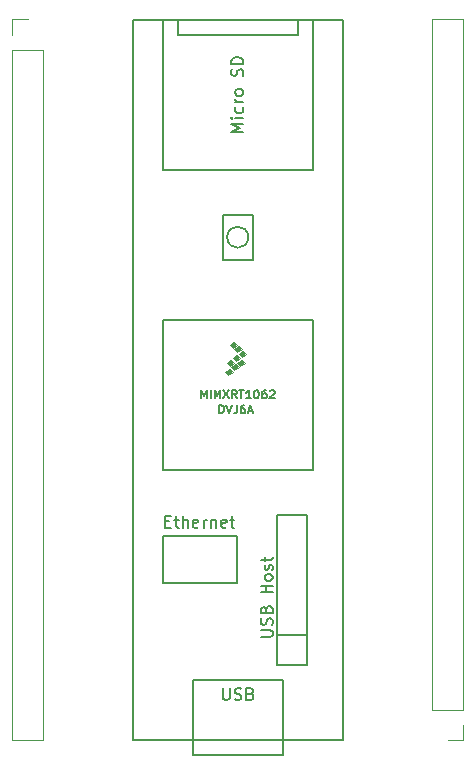
<source format=gbr>
%TF.GenerationSoftware,KiCad,Pcbnew,8.0.4*%
%TF.CreationDate,2024-08-20T17:15:03+05:30*%
%TF.ProjectId,Teensy_breakout,5465656e-7379-45f6-9272-65616b6f7574,rev?*%
%TF.SameCoordinates,Original*%
%TF.FileFunction,Legend,Top*%
%TF.FilePolarity,Positive*%
%FSLAX46Y46*%
G04 Gerber Fmt 4.6, Leading zero omitted, Abs format (unit mm)*
G04 Created by KiCad (PCBNEW 8.0.4) date 2024-08-20 17:15:03*
%MOMM*%
%LPD*%
G01*
G04 APERTURE LIST*
%ADD10C,0.150000*%
%ADD11C,0.120000*%
%ADD12C,0.100000*%
G04 APERTURE END LIST*
D10*
X148806256Y-104706009D02*
X149139589Y-104706009D01*
X149282446Y-105229819D02*
X148806256Y-105229819D01*
X148806256Y-105229819D02*
X148806256Y-104229819D01*
X148806256Y-104229819D02*
X149282446Y-104229819D01*
X149568161Y-104563152D02*
X149949113Y-104563152D01*
X149711018Y-104229819D02*
X149711018Y-105086961D01*
X149711018Y-105086961D02*
X149758637Y-105182200D01*
X149758637Y-105182200D02*
X149853875Y-105229819D01*
X149853875Y-105229819D02*
X149949113Y-105229819D01*
X150282447Y-105229819D02*
X150282447Y-104229819D01*
X150711018Y-105229819D02*
X150711018Y-104706009D01*
X150711018Y-104706009D02*
X150663399Y-104610771D01*
X150663399Y-104610771D02*
X150568161Y-104563152D01*
X150568161Y-104563152D02*
X150425304Y-104563152D01*
X150425304Y-104563152D02*
X150330066Y-104610771D01*
X150330066Y-104610771D02*
X150282447Y-104658390D01*
X151568161Y-105182200D02*
X151472923Y-105229819D01*
X151472923Y-105229819D02*
X151282447Y-105229819D01*
X151282447Y-105229819D02*
X151187209Y-105182200D01*
X151187209Y-105182200D02*
X151139590Y-105086961D01*
X151139590Y-105086961D02*
X151139590Y-104706009D01*
X151139590Y-104706009D02*
X151187209Y-104610771D01*
X151187209Y-104610771D02*
X151282447Y-104563152D01*
X151282447Y-104563152D02*
X151472923Y-104563152D01*
X151472923Y-104563152D02*
X151568161Y-104610771D01*
X151568161Y-104610771D02*
X151615780Y-104706009D01*
X151615780Y-104706009D02*
X151615780Y-104801247D01*
X151615780Y-104801247D02*
X151139590Y-104896485D01*
X152044352Y-105229819D02*
X152044352Y-104563152D01*
X152044352Y-104753628D02*
X152091971Y-104658390D01*
X152091971Y-104658390D02*
X152139590Y-104610771D01*
X152139590Y-104610771D02*
X152234828Y-104563152D01*
X152234828Y-104563152D02*
X152330066Y-104563152D01*
X152663400Y-104563152D02*
X152663400Y-105229819D01*
X152663400Y-104658390D02*
X152711019Y-104610771D01*
X152711019Y-104610771D02*
X152806257Y-104563152D01*
X152806257Y-104563152D02*
X152949114Y-104563152D01*
X152949114Y-104563152D02*
X153044352Y-104610771D01*
X153044352Y-104610771D02*
X153091971Y-104706009D01*
X153091971Y-104706009D02*
X153091971Y-105229819D01*
X153949114Y-105182200D02*
X153853876Y-105229819D01*
X153853876Y-105229819D02*
X153663400Y-105229819D01*
X153663400Y-105229819D02*
X153568162Y-105182200D01*
X153568162Y-105182200D02*
X153520543Y-105086961D01*
X153520543Y-105086961D02*
X153520543Y-104706009D01*
X153520543Y-104706009D02*
X153568162Y-104610771D01*
X153568162Y-104610771D02*
X153663400Y-104563152D01*
X153663400Y-104563152D02*
X153853876Y-104563152D01*
X153853876Y-104563152D02*
X153949114Y-104610771D01*
X153949114Y-104610771D02*
X153996733Y-104706009D01*
X153996733Y-104706009D02*
X153996733Y-104801247D01*
X153996733Y-104801247D02*
X153520543Y-104896485D01*
X154282448Y-104563152D02*
X154663400Y-104563152D01*
X154425305Y-104229819D02*
X154425305Y-105086961D01*
X154425305Y-105086961D02*
X154472924Y-105182200D01*
X154472924Y-105182200D02*
X154568162Y-105229819D01*
X154568162Y-105229819D02*
X154663400Y-105229819D01*
X151856666Y-94296033D02*
X151856666Y-93596033D01*
X151856666Y-93596033D02*
X152090000Y-94096033D01*
X152090000Y-94096033D02*
X152323333Y-93596033D01*
X152323333Y-93596033D02*
X152323333Y-94296033D01*
X152656666Y-94296033D02*
X152656666Y-93596033D01*
X152989999Y-94296033D02*
X152989999Y-93596033D01*
X152989999Y-93596033D02*
X153223333Y-94096033D01*
X153223333Y-94096033D02*
X153456666Y-93596033D01*
X153456666Y-93596033D02*
X153456666Y-94296033D01*
X153723333Y-93596033D02*
X154189999Y-94296033D01*
X154189999Y-93596033D02*
X153723333Y-94296033D01*
X154856666Y-94296033D02*
X154623333Y-93962700D01*
X154456666Y-94296033D02*
X154456666Y-93596033D01*
X154456666Y-93596033D02*
X154723333Y-93596033D01*
X154723333Y-93596033D02*
X154790000Y-93629366D01*
X154790000Y-93629366D02*
X154823333Y-93662700D01*
X154823333Y-93662700D02*
X154856666Y-93729366D01*
X154856666Y-93729366D02*
X154856666Y-93829366D01*
X154856666Y-93829366D02*
X154823333Y-93896033D01*
X154823333Y-93896033D02*
X154790000Y-93929366D01*
X154790000Y-93929366D02*
X154723333Y-93962700D01*
X154723333Y-93962700D02*
X154456666Y-93962700D01*
X155056666Y-93596033D02*
X155456666Y-93596033D01*
X155256666Y-94296033D02*
X155256666Y-93596033D01*
X156056666Y-94296033D02*
X155656666Y-94296033D01*
X155856666Y-94296033D02*
X155856666Y-93596033D01*
X155856666Y-93596033D02*
X155789999Y-93696033D01*
X155789999Y-93696033D02*
X155723333Y-93762700D01*
X155723333Y-93762700D02*
X155656666Y-93796033D01*
X156490000Y-93596033D02*
X156556666Y-93596033D01*
X156556666Y-93596033D02*
X156623333Y-93629366D01*
X156623333Y-93629366D02*
X156656666Y-93662700D01*
X156656666Y-93662700D02*
X156690000Y-93729366D01*
X156690000Y-93729366D02*
X156723333Y-93862700D01*
X156723333Y-93862700D02*
X156723333Y-94029366D01*
X156723333Y-94029366D02*
X156690000Y-94162700D01*
X156690000Y-94162700D02*
X156656666Y-94229366D01*
X156656666Y-94229366D02*
X156623333Y-94262700D01*
X156623333Y-94262700D02*
X156556666Y-94296033D01*
X156556666Y-94296033D02*
X156490000Y-94296033D01*
X156490000Y-94296033D02*
X156423333Y-94262700D01*
X156423333Y-94262700D02*
X156390000Y-94229366D01*
X156390000Y-94229366D02*
X156356666Y-94162700D01*
X156356666Y-94162700D02*
X156323333Y-94029366D01*
X156323333Y-94029366D02*
X156323333Y-93862700D01*
X156323333Y-93862700D02*
X156356666Y-93729366D01*
X156356666Y-93729366D02*
X156390000Y-93662700D01*
X156390000Y-93662700D02*
X156423333Y-93629366D01*
X156423333Y-93629366D02*
X156490000Y-93596033D01*
X157323333Y-93596033D02*
X157190000Y-93596033D01*
X157190000Y-93596033D02*
X157123333Y-93629366D01*
X157123333Y-93629366D02*
X157090000Y-93662700D01*
X157090000Y-93662700D02*
X157023333Y-93762700D01*
X157023333Y-93762700D02*
X156990000Y-93896033D01*
X156990000Y-93896033D02*
X156990000Y-94162700D01*
X156990000Y-94162700D02*
X157023333Y-94229366D01*
X157023333Y-94229366D02*
X157056667Y-94262700D01*
X157056667Y-94262700D02*
X157123333Y-94296033D01*
X157123333Y-94296033D02*
X157256667Y-94296033D01*
X157256667Y-94296033D02*
X157323333Y-94262700D01*
X157323333Y-94262700D02*
X157356667Y-94229366D01*
X157356667Y-94229366D02*
X157390000Y-94162700D01*
X157390000Y-94162700D02*
X157390000Y-93996033D01*
X157390000Y-93996033D02*
X157356667Y-93929366D01*
X157356667Y-93929366D02*
X157323333Y-93896033D01*
X157323333Y-93896033D02*
X157256667Y-93862700D01*
X157256667Y-93862700D02*
X157123333Y-93862700D01*
X157123333Y-93862700D02*
X157056667Y-93896033D01*
X157056667Y-93896033D02*
X157023333Y-93929366D01*
X157023333Y-93929366D02*
X156990000Y-93996033D01*
X157656667Y-93662700D02*
X157690000Y-93629366D01*
X157690000Y-93629366D02*
X157756667Y-93596033D01*
X157756667Y-93596033D02*
X157923334Y-93596033D01*
X157923334Y-93596033D02*
X157990000Y-93629366D01*
X157990000Y-93629366D02*
X158023334Y-93662700D01*
X158023334Y-93662700D02*
X158056667Y-93729366D01*
X158056667Y-93729366D02*
X158056667Y-93796033D01*
X158056667Y-93796033D02*
X158023334Y-93896033D01*
X158023334Y-93896033D02*
X157623334Y-94296033D01*
X157623334Y-94296033D02*
X158056667Y-94296033D01*
X155394819Y-71699047D02*
X154394819Y-71699047D01*
X154394819Y-71699047D02*
X155109104Y-71365714D01*
X155109104Y-71365714D02*
X154394819Y-71032381D01*
X154394819Y-71032381D02*
X155394819Y-71032381D01*
X155394819Y-70556190D02*
X154728152Y-70556190D01*
X154394819Y-70556190D02*
X154442438Y-70603809D01*
X154442438Y-70603809D02*
X154490057Y-70556190D01*
X154490057Y-70556190D02*
X154442438Y-70508571D01*
X154442438Y-70508571D02*
X154394819Y-70556190D01*
X154394819Y-70556190D02*
X154490057Y-70556190D01*
X155347200Y-69651429D02*
X155394819Y-69746667D01*
X155394819Y-69746667D02*
X155394819Y-69937143D01*
X155394819Y-69937143D02*
X155347200Y-70032381D01*
X155347200Y-70032381D02*
X155299580Y-70080000D01*
X155299580Y-70080000D02*
X155204342Y-70127619D01*
X155204342Y-70127619D02*
X154918628Y-70127619D01*
X154918628Y-70127619D02*
X154823390Y-70080000D01*
X154823390Y-70080000D02*
X154775771Y-70032381D01*
X154775771Y-70032381D02*
X154728152Y-69937143D01*
X154728152Y-69937143D02*
X154728152Y-69746667D01*
X154728152Y-69746667D02*
X154775771Y-69651429D01*
X155394819Y-69222857D02*
X154728152Y-69222857D01*
X154918628Y-69222857D02*
X154823390Y-69175238D01*
X154823390Y-69175238D02*
X154775771Y-69127619D01*
X154775771Y-69127619D02*
X154728152Y-69032381D01*
X154728152Y-69032381D02*
X154728152Y-68937143D01*
X155394819Y-68460952D02*
X155347200Y-68556190D01*
X155347200Y-68556190D02*
X155299580Y-68603809D01*
X155299580Y-68603809D02*
X155204342Y-68651428D01*
X155204342Y-68651428D02*
X154918628Y-68651428D01*
X154918628Y-68651428D02*
X154823390Y-68603809D01*
X154823390Y-68603809D02*
X154775771Y-68556190D01*
X154775771Y-68556190D02*
X154728152Y-68460952D01*
X154728152Y-68460952D02*
X154728152Y-68318095D01*
X154728152Y-68318095D02*
X154775771Y-68222857D01*
X154775771Y-68222857D02*
X154823390Y-68175238D01*
X154823390Y-68175238D02*
X154918628Y-68127619D01*
X154918628Y-68127619D02*
X155204342Y-68127619D01*
X155204342Y-68127619D02*
X155299580Y-68175238D01*
X155299580Y-68175238D02*
X155347200Y-68222857D01*
X155347200Y-68222857D02*
X155394819Y-68318095D01*
X155394819Y-68318095D02*
X155394819Y-68460952D01*
X155347200Y-66984761D02*
X155394819Y-66841904D01*
X155394819Y-66841904D02*
X155394819Y-66603809D01*
X155394819Y-66603809D02*
X155347200Y-66508571D01*
X155347200Y-66508571D02*
X155299580Y-66460952D01*
X155299580Y-66460952D02*
X155204342Y-66413333D01*
X155204342Y-66413333D02*
X155109104Y-66413333D01*
X155109104Y-66413333D02*
X155013866Y-66460952D01*
X155013866Y-66460952D02*
X154966247Y-66508571D01*
X154966247Y-66508571D02*
X154918628Y-66603809D01*
X154918628Y-66603809D02*
X154871009Y-66794285D01*
X154871009Y-66794285D02*
X154823390Y-66889523D01*
X154823390Y-66889523D02*
X154775771Y-66937142D01*
X154775771Y-66937142D02*
X154680533Y-66984761D01*
X154680533Y-66984761D02*
X154585295Y-66984761D01*
X154585295Y-66984761D02*
X154490057Y-66937142D01*
X154490057Y-66937142D02*
X154442438Y-66889523D01*
X154442438Y-66889523D02*
X154394819Y-66794285D01*
X154394819Y-66794285D02*
X154394819Y-66556190D01*
X154394819Y-66556190D02*
X154442438Y-66413333D01*
X155394819Y-65984761D02*
X154394819Y-65984761D01*
X154394819Y-65984761D02*
X154394819Y-65746666D01*
X154394819Y-65746666D02*
X154442438Y-65603809D01*
X154442438Y-65603809D02*
X154537676Y-65508571D01*
X154537676Y-65508571D02*
X154632914Y-65460952D01*
X154632914Y-65460952D02*
X154823390Y-65413333D01*
X154823390Y-65413333D02*
X154966247Y-65413333D01*
X154966247Y-65413333D02*
X155156723Y-65460952D01*
X155156723Y-65460952D02*
X155251961Y-65508571D01*
X155251961Y-65508571D02*
X155347200Y-65603809D01*
X155347200Y-65603809D02*
X155394819Y-65746666D01*
X155394819Y-65746666D02*
X155394819Y-65984761D01*
X156884019Y-114485323D02*
X157693542Y-114485323D01*
X157693542Y-114485323D02*
X157788780Y-114437704D01*
X157788780Y-114437704D02*
X157836400Y-114390085D01*
X157836400Y-114390085D02*
X157884019Y-114294847D01*
X157884019Y-114294847D02*
X157884019Y-114104371D01*
X157884019Y-114104371D02*
X157836400Y-114009133D01*
X157836400Y-114009133D02*
X157788780Y-113961514D01*
X157788780Y-113961514D02*
X157693542Y-113913895D01*
X157693542Y-113913895D02*
X156884019Y-113913895D01*
X157836400Y-113485323D02*
X157884019Y-113342466D01*
X157884019Y-113342466D02*
X157884019Y-113104371D01*
X157884019Y-113104371D02*
X157836400Y-113009133D01*
X157836400Y-113009133D02*
X157788780Y-112961514D01*
X157788780Y-112961514D02*
X157693542Y-112913895D01*
X157693542Y-112913895D02*
X157598304Y-112913895D01*
X157598304Y-112913895D02*
X157503066Y-112961514D01*
X157503066Y-112961514D02*
X157455447Y-113009133D01*
X157455447Y-113009133D02*
X157407828Y-113104371D01*
X157407828Y-113104371D02*
X157360209Y-113294847D01*
X157360209Y-113294847D02*
X157312590Y-113390085D01*
X157312590Y-113390085D02*
X157264971Y-113437704D01*
X157264971Y-113437704D02*
X157169733Y-113485323D01*
X157169733Y-113485323D02*
X157074495Y-113485323D01*
X157074495Y-113485323D02*
X156979257Y-113437704D01*
X156979257Y-113437704D02*
X156931638Y-113390085D01*
X156931638Y-113390085D02*
X156884019Y-113294847D01*
X156884019Y-113294847D02*
X156884019Y-113056752D01*
X156884019Y-113056752D02*
X156931638Y-112913895D01*
X157360209Y-112151990D02*
X157407828Y-112009133D01*
X157407828Y-112009133D02*
X157455447Y-111961514D01*
X157455447Y-111961514D02*
X157550685Y-111913895D01*
X157550685Y-111913895D02*
X157693542Y-111913895D01*
X157693542Y-111913895D02*
X157788780Y-111961514D01*
X157788780Y-111961514D02*
X157836400Y-112009133D01*
X157836400Y-112009133D02*
X157884019Y-112104371D01*
X157884019Y-112104371D02*
X157884019Y-112485323D01*
X157884019Y-112485323D02*
X156884019Y-112485323D01*
X156884019Y-112485323D02*
X156884019Y-112151990D01*
X156884019Y-112151990D02*
X156931638Y-112056752D01*
X156931638Y-112056752D02*
X156979257Y-112009133D01*
X156979257Y-112009133D02*
X157074495Y-111961514D01*
X157074495Y-111961514D02*
X157169733Y-111961514D01*
X157169733Y-111961514D02*
X157264971Y-112009133D01*
X157264971Y-112009133D02*
X157312590Y-112056752D01*
X157312590Y-112056752D02*
X157360209Y-112151990D01*
X157360209Y-112151990D02*
X157360209Y-112485323D01*
X157884019Y-110723418D02*
X156884019Y-110723418D01*
X157360209Y-110723418D02*
X157360209Y-110151990D01*
X157884019Y-110151990D02*
X156884019Y-110151990D01*
X157884019Y-109532942D02*
X157836400Y-109628180D01*
X157836400Y-109628180D02*
X157788780Y-109675799D01*
X157788780Y-109675799D02*
X157693542Y-109723418D01*
X157693542Y-109723418D02*
X157407828Y-109723418D01*
X157407828Y-109723418D02*
X157312590Y-109675799D01*
X157312590Y-109675799D02*
X157264971Y-109628180D01*
X157264971Y-109628180D02*
X157217352Y-109532942D01*
X157217352Y-109532942D02*
X157217352Y-109390085D01*
X157217352Y-109390085D02*
X157264971Y-109294847D01*
X157264971Y-109294847D02*
X157312590Y-109247228D01*
X157312590Y-109247228D02*
X157407828Y-109199609D01*
X157407828Y-109199609D02*
X157693542Y-109199609D01*
X157693542Y-109199609D02*
X157788780Y-109247228D01*
X157788780Y-109247228D02*
X157836400Y-109294847D01*
X157836400Y-109294847D02*
X157884019Y-109390085D01*
X157884019Y-109390085D02*
X157884019Y-109532942D01*
X157836400Y-108818656D02*
X157884019Y-108723418D01*
X157884019Y-108723418D02*
X157884019Y-108532942D01*
X157884019Y-108532942D02*
X157836400Y-108437704D01*
X157836400Y-108437704D02*
X157741161Y-108390085D01*
X157741161Y-108390085D02*
X157693542Y-108390085D01*
X157693542Y-108390085D02*
X157598304Y-108437704D01*
X157598304Y-108437704D02*
X157550685Y-108532942D01*
X157550685Y-108532942D02*
X157550685Y-108675799D01*
X157550685Y-108675799D02*
X157503066Y-108771037D01*
X157503066Y-108771037D02*
X157407828Y-108818656D01*
X157407828Y-108818656D02*
X157360209Y-108818656D01*
X157360209Y-108818656D02*
X157264971Y-108771037D01*
X157264971Y-108771037D02*
X157217352Y-108675799D01*
X157217352Y-108675799D02*
X157217352Y-108532942D01*
X157217352Y-108532942D02*
X157264971Y-108437704D01*
X157217352Y-108104370D02*
X157217352Y-107723418D01*
X156884019Y-107961513D02*
X157741161Y-107961513D01*
X157741161Y-107961513D02*
X157836400Y-107913894D01*
X157836400Y-107913894D02*
X157884019Y-107818656D01*
X157884019Y-107818656D02*
X157884019Y-107723418D01*
X153678095Y-118834819D02*
X153678095Y-119644342D01*
X153678095Y-119644342D02*
X153725714Y-119739580D01*
X153725714Y-119739580D02*
X153773333Y-119787200D01*
X153773333Y-119787200D02*
X153868571Y-119834819D01*
X153868571Y-119834819D02*
X154059047Y-119834819D01*
X154059047Y-119834819D02*
X154154285Y-119787200D01*
X154154285Y-119787200D02*
X154201904Y-119739580D01*
X154201904Y-119739580D02*
X154249523Y-119644342D01*
X154249523Y-119644342D02*
X154249523Y-118834819D01*
X154678095Y-119787200D02*
X154820952Y-119834819D01*
X154820952Y-119834819D02*
X155059047Y-119834819D01*
X155059047Y-119834819D02*
X155154285Y-119787200D01*
X155154285Y-119787200D02*
X155201904Y-119739580D01*
X155201904Y-119739580D02*
X155249523Y-119644342D01*
X155249523Y-119644342D02*
X155249523Y-119549104D01*
X155249523Y-119549104D02*
X155201904Y-119453866D01*
X155201904Y-119453866D02*
X155154285Y-119406247D01*
X155154285Y-119406247D02*
X155059047Y-119358628D01*
X155059047Y-119358628D02*
X154868571Y-119311009D01*
X154868571Y-119311009D02*
X154773333Y-119263390D01*
X154773333Y-119263390D02*
X154725714Y-119215771D01*
X154725714Y-119215771D02*
X154678095Y-119120533D01*
X154678095Y-119120533D02*
X154678095Y-119025295D01*
X154678095Y-119025295D02*
X154725714Y-118930057D01*
X154725714Y-118930057D02*
X154773333Y-118882438D01*
X154773333Y-118882438D02*
X154868571Y-118834819D01*
X154868571Y-118834819D02*
X155106666Y-118834819D01*
X155106666Y-118834819D02*
X155249523Y-118882438D01*
X156011428Y-119311009D02*
X156154285Y-119358628D01*
X156154285Y-119358628D02*
X156201904Y-119406247D01*
X156201904Y-119406247D02*
X156249523Y-119501485D01*
X156249523Y-119501485D02*
X156249523Y-119644342D01*
X156249523Y-119644342D02*
X156201904Y-119739580D01*
X156201904Y-119739580D02*
X156154285Y-119787200D01*
X156154285Y-119787200D02*
X156059047Y-119834819D01*
X156059047Y-119834819D02*
X155678095Y-119834819D01*
X155678095Y-119834819D02*
X155678095Y-118834819D01*
X155678095Y-118834819D02*
X156011428Y-118834819D01*
X156011428Y-118834819D02*
X156106666Y-118882438D01*
X156106666Y-118882438D02*
X156154285Y-118930057D01*
X156154285Y-118930057D02*
X156201904Y-119025295D01*
X156201904Y-119025295D02*
X156201904Y-119120533D01*
X156201904Y-119120533D02*
X156154285Y-119215771D01*
X156154285Y-119215771D02*
X156106666Y-119263390D01*
X156106666Y-119263390D02*
X156011428Y-119311009D01*
X156011428Y-119311009D02*
X155678095Y-119311009D01*
X153376666Y-95566033D02*
X153376666Y-94866033D01*
X153376666Y-94866033D02*
X153543333Y-94866033D01*
X153543333Y-94866033D02*
X153643333Y-94899366D01*
X153643333Y-94899366D02*
X153710000Y-94966033D01*
X153710000Y-94966033D02*
X153743333Y-95032700D01*
X153743333Y-95032700D02*
X153776666Y-95166033D01*
X153776666Y-95166033D02*
X153776666Y-95266033D01*
X153776666Y-95266033D02*
X153743333Y-95399366D01*
X153743333Y-95399366D02*
X153710000Y-95466033D01*
X153710000Y-95466033D02*
X153643333Y-95532700D01*
X153643333Y-95532700D02*
X153543333Y-95566033D01*
X153543333Y-95566033D02*
X153376666Y-95566033D01*
X153976666Y-94866033D02*
X154210000Y-95566033D01*
X154210000Y-95566033D02*
X154443333Y-94866033D01*
X154876666Y-94866033D02*
X154876666Y-95366033D01*
X154876666Y-95366033D02*
X154843333Y-95466033D01*
X154843333Y-95466033D02*
X154776666Y-95532700D01*
X154776666Y-95532700D02*
X154676666Y-95566033D01*
X154676666Y-95566033D02*
X154610000Y-95566033D01*
X155509999Y-94866033D02*
X155376666Y-94866033D01*
X155376666Y-94866033D02*
X155309999Y-94899366D01*
X155309999Y-94899366D02*
X155276666Y-94932700D01*
X155276666Y-94932700D02*
X155209999Y-95032700D01*
X155209999Y-95032700D02*
X155176666Y-95166033D01*
X155176666Y-95166033D02*
X155176666Y-95432700D01*
X155176666Y-95432700D02*
X155209999Y-95499366D01*
X155209999Y-95499366D02*
X155243333Y-95532700D01*
X155243333Y-95532700D02*
X155309999Y-95566033D01*
X155309999Y-95566033D02*
X155443333Y-95566033D01*
X155443333Y-95566033D02*
X155509999Y-95532700D01*
X155509999Y-95532700D02*
X155543333Y-95499366D01*
X155543333Y-95499366D02*
X155576666Y-95432700D01*
X155576666Y-95432700D02*
X155576666Y-95266033D01*
X155576666Y-95266033D02*
X155543333Y-95199366D01*
X155543333Y-95199366D02*
X155509999Y-95166033D01*
X155509999Y-95166033D02*
X155443333Y-95132700D01*
X155443333Y-95132700D02*
X155309999Y-95132700D01*
X155309999Y-95132700D02*
X155243333Y-95166033D01*
X155243333Y-95166033D02*
X155209999Y-95199366D01*
X155209999Y-95199366D02*
X155176666Y-95266033D01*
X155843333Y-95366033D02*
X156176666Y-95366033D01*
X155776666Y-95566033D02*
X156010000Y-94866033D01*
X156010000Y-94866033D02*
X156243333Y-95566033D01*
D11*
%TO.C,J2*%
X138490000Y-64770000D02*
X138490000Y-123250000D01*
X135830000Y-123250000D02*
X138490000Y-123250000D01*
X135830000Y-64770000D02*
X138490000Y-64770000D01*
X135830000Y-64770000D02*
X135830000Y-123250000D01*
X135830000Y-63500000D02*
X135830000Y-62170000D01*
X135830000Y-62170000D02*
X137160000Y-62170000D01*
%TO.C,J1*%
X171390000Y-120650000D02*
X171390000Y-62170000D01*
X174050000Y-62170000D02*
X171390000Y-62170000D01*
X174050000Y-120650000D02*
X171390000Y-120650000D01*
X174050000Y-120650000D02*
X174050000Y-62170000D01*
X174050000Y-121920000D02*
X174050000Y-123250000D01*
X174050000Y-123250000D02*
X172720000Y-123250000D01*
D10*
%TO.C,U1*%
X146050000Y-62230000D02*
X163830000Y-62230000D01*
X146050000Y-123190000D02*
X146050000Y-62230000D01*
X148588400Y-105960000D02*
X148588400Y-109960000D01*
X148588400Y-109960000D02*
X148838400Y-109960000D01*
X148590000Y-62230000D02*
X148590000Y-74930000D01*
X148590000Y-74930000D02*
X161290000Y-74930000D01*
X148590000Y-87630000D02*
X148590000Y-100330000D01*
X148590000Y-100330000D02*
X161290000Y-100330000D01*
X148838400Y-109960000D02*
X154838400Y-109960000D01*
X149860000Y-62230000D02*
X149860000Y-63500000D01*
X149860000Y-63500000D02*
X160020000Y-63500000D01*
X151130000Y-118110000D02*
X151130000Y-123190000D01*
X151130000Y-124460000D02*
X151130000Y-123190000D01*
X153670000Y-78740000D02*
X156210000Y-78740000D01*
X153670000Y-82550000D02*
X153670000Y-78740000D01*
X154838400Y-105960000D02*
X148588400Y-105960000D01*
X154838400Y-109960000D02*
X154838400Y-105960000D01*
X156210000Y-78740000D02*
X156210000Y-82550000D01*
X156210000Y-82550000D02*
X153670000Y-82550000D01*
X158239200Y-104190800D02*
X160779200Y-104190800D01*
X158239200Y-114350800D02*
X160779200Y-114350800D01*
X158239200Y-116890800D02*
X158239200Y-104190800D01*
X158239200Y-116890800D02*
X158239200Y-114350800D01*
X158750000Y-118110000D02*
X151130000Y-118110000D01*
X158750000Y-118110000D02*
X158750000Y-123190000D01*
X158750000Y-123190000D02*
X158750000Y-124460000D01*
X158750000Y-124460000D02*
X151130000Y-124460000D01*
X160020000Y-63500000D02*
X160020000Y-62230000D01*
X160779200Y-104190800D02*
X160779200Y-116890800D01*
X160779200Y-116890800D02*
X158239200Y-116890800D01*
X161290000Y-74930000D02*
X161290000Y-62230000D01*
X161290000Y-87630000D02*
X148590000Y-87630000D01*
X161290000Y-100330000D02*
X161290000Y-87630000D01*
X163830000Y-62230000D02*
X163830000Y-123190000D01*
X163830000Y-123190000D02*
X146050000Y-123190000D01*
X155838026Y-80645000D02*
G75*
G02*
X154041974Y-80645000I-898026J0D01*
G01*
X154041974Y-80645000D02*
G75*
G02*
X155838026Y-80645000I898026J0D01*
G01*
D12*
X154506000Y-92053000D02*
X154125000Y-92307000D01*
X153871000Y-92053000D01*
X154252000Y-91799000D01*
X154506000Y-92053000D01*
G36*
X154506000Y-92053000D02*
G01*
X154125000Y-92307000D01*
X153871000Y-92053000D01*
X154252000Y-91799000D01*
X154506000Y-92053000D01*
G37*
X154633000Y-91291000D02*
X154252000Y-91545000D01*
X153998000Y-91291000D01*
X154379000Y-91037000D01*
X154633000Y-91291000D01*
G36*
X154633000Y-91291000D02*
G01*
X154252000Y-91545000D01*
X153998000Y-91291000D01*
X154379000Y-91037000D01*
X154633000Y-91291000D01*
G37*
X154887000Y-89767000D02*
X154506000Y-90021000D01*
X154252000Y-89767000D01*
X154633000Y-89513000D01*
X154887000Y-89767000D01*
G36*
X154887000Y-89767000D02*
G01*
X154506000Y-90021000D01*
X154252000Y-89767000D01*
X154633000Y-89513000D01*
X154887000Y-89767000D01*
G37*
X155014000Y-91672000D02*
X154633000Y-91926000D01*
X154379000Y-91672000D01*
X154760000Y-91418000D01*
X155014000Y-91672000D01*
G36*
X155014000Y-91672000D02*
G01*
X154633000Y-91926000D01*
X154379000Y-91672000D01*
X154760000Y-91418000D01*
X155014000Y-91672000D01*
G37*
X155141000Y-90910000D02*
X154760000Y-91164000D01*
X154506000Y-90910000D01*
X154887000Y-90656000D01*
X155141000Y-90910000D01*
G36*
X155141000Y-90910000D02*
G01*
X154760000Y-91164000D01*
X154506000Y-90910000D01*
X154887000Y-90656000D01*
X155141000Y-90910000D01*
G37*
X155268000Y-90148000D02*
X154887000Y-90402000D01*
X154633000Y-90148000D01*
X155014000Y-89894000D01*
X155268000Y-90148000D01*
G36*
X155268000Y-90148000D02*
G01*
X154887000Y-90402000D01*
X154633000Y-90148000D01*
X155014000Y-89894000D01*
X155268000Y-90148000D01*
G37*
X155522000Y-91291000D02*
X155141000Y-91545000D01*
X154887000Y-91291000D01*
X155268000Y-91037000D01*
X155522000Y-91291000D01*
G36*
X155522000Y-91291000D02*
G01*
X155141000Y-91545000D01*
X154887000Y-91291000D01*
X155268000Y-91037000D01*
X155522000Y-91291000D01*
G37*
X155649000Y-90529000D02*
X155268000Y-90783000D01*
X155014000Y-90529000D01*
X155395000Y-90275000D01*
X155649000Y-90529000D01*
G36*
X155649000Y-90529000D02*
G01*
X155268000Y-90783000D01*
X155014000Y-90529000D01*
X155395000Y-90275000D01*
X155649000Y-90529000D01*
G37*
%TD*%
M02*

</source>
